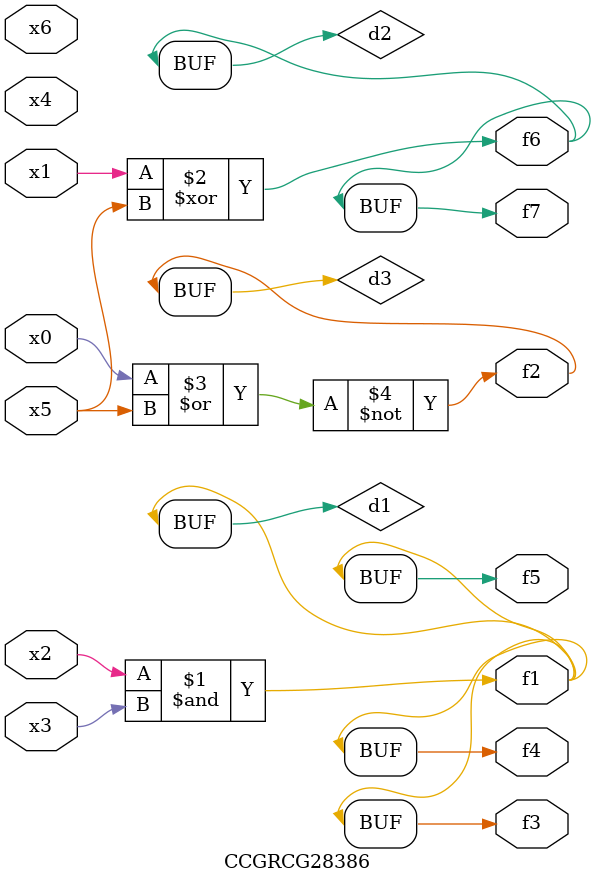
<source format=v>
module CCGRCG28386(
	input x0, x1, x2, x3, x4, x5, x6,
	output f1, f2, f3, f4, f5, f6, f7
);

	wire d1, d2, d3;

	and (d1, x2, x3);
	xor (d2, x1, x5);
	nor (d3, x0, x5);
	assign f1 = d1;
	assign f2 = d3;
	assign f3 = d1;
	assign f4 = d1;
	assign f5 = d1;
	assign f6 = d2;
	assign f7 = d2;
endmodule

</source>
